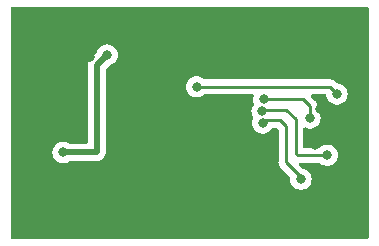
<source format=gbr>
%TF.GenerationSoftware,KiCad,Pcbnew,7.0.8*%
%TF.CreationDate,2024-06-02T10:45:53-04:00*%
%TF.ProjectId,rugby64 jr,72756762-7936-4342-906a-722e6b696361,rev?*%
%TF.SameCoordinates,Original*%
%TF.FileFunction,Copper,L2,Bot*%
%TF.FilePolarity,Positive*%
%FSLAX46Y46*%
G04 Gerber Fmt 4.6, Leading zero omitted, Abs format (unit mm)*
G04 Created by KiCad (PCBNEW 7.0.8) date 2024-06-02 10:45:53*
%MOMM*%
%LPD*%
G01*
G04 APERTURE LIST*
%TA.AperFunction,ViaPad*%
%ADD10C,0.800000*%
%TD*%
%TA.AperFunction,Conductor*%
%ADD11C,0.500000*%
%TD*%
%TA.AperFunction,Conductor*%
%ADD12C,0.250000*%
%TD*%
G04 APERTURE END LIST*
D10*
%TO.N,GND*%
X25857200Y-28244800D03*
X17119600Y-18288000D03*
X20726400Y-16052800D03*
X22250400Y-14833600D03*
X23672800Y-15951200D03*
X38811200Y-22606000D03*
X41706800Y-24333200D03*
X30124400Y-25654000D03*
X19354800Y-18237200D03*
X30124400Y-23164800D03*
X22133492Y-30009979D03*
X22961600Y-28194000D03*
X32918400Y-28194000D03*
X36372800Y-19608800D03*
X38404800Y-25654000D03*
X19151600Y-28244800D03*
X30059500Y-28194000D03*
X18288000Y-17475200D03*
X17068800Y-28295600D03*
%TO.N,+3V3*%
X17108800Y-26274400D03*
X20828000Y-18034000D03*
%TO.N,RED*%
X37236400Y-28549600D03*
X34010903Y-23779034D03*
%TO.N,GREEN*%
X33955281Y-22781080D03*
X39471600Y-26517600D03*
%TO.N,BLUE*%
X37998400Y-23368000D03*
X34107263Y-21793200D03*
%TO.N,{slash}CSYNC*%
X28397200Y-20726400D03*
X40284400Y-21336000D03*
%TD*%
D11*
%TO.N,+3V3*%
X19902800Y-26274400D02*
X19964400Y-26212800D01*
X19964400Y-18897600D02*
X20828000Y-18034000D01*
X19964400Y-26212800D02*
X19964400Y-18897600D01*
X17108800Y-26274400D02*
X19902800Y-26274400D01*
D12*
%TO.N,RED*%
X35966400Y-24079200D02*
X35966400Y-27127200D01*
X35966400Y-27127200D02*
X37236400Y-28397200D01*
X34218737Y-23571200D02*
X35458400Y-23571200D01*
X37236400Y-28397200D02*
X37236400Y-28549600D01*
X35458400Y-23571200D02*
X35966400Y-24079200D01*
X37388800Y-28549600D02*
X37338000Y-28498800D01*
X34010903Y-23779034D02*
X34218737Y-23571200D01*
X37236400Y-28549600D02*
X37388800Y-28549600D01*
%TO.N,GREEN*%
X36931600Y-26517600D02*
X36779200Y-26365200D01*
X34079561Y-22656800D02*
X33955281Y-22781080D01*
X36779200Y-26365200D02*
X36779200Y-23469600D01*
X36779200Y-23469600D02*
X35966400Y-22656800D01*
X35966400Y-22656800D02*
X34079561Y-22656800D01*
X39471600Y-26517600D02*
X36931600Y-26517600D01*
%TO.N,BLUE*%
X37998400Y-23368000D02*
X37998400Y-22352000D01*
X37998400Y-23368000D02*
X37998400Y-23418800D01*
X37998400Y-22352000D02*
X37439600Y-21793200D01*
X37998400Y-23418800D02*
X37896800Y-23520400D01*
X37439600Y-21793200D02*
X34107263Y-21793200D01*
%TO.N,{slash}CSYNC*%
X40284400Y-21336000D02*
X39674800Y-20726400D01*
X39674800Y-20726400D02*
X28397200Y-20726400D01*
%TD*%
%TA.AperFunction,Conductor*%
%TO.N,GND*%
G36*
X42919339Y-13990185D02*
G01*
X42965094Y-14042989D01*
X42976300Y-14094500D01*
X42976300Y-33454300D01*
X42956615Y-33521339D01*
X42903811Y-33567094D01*
X42852300Y-33578300D01*
X12773200Y-33578300D01*
X12706161Y-33558615D01*
X12660406Y-33505811D01*
X12649200Y-33454300D01*
X12649200Y-26274400D01*
X16203340Y-26274400D01*
X16223126Y-26462656D01*
X16223127Y-26462659D01*
X16281618Y-26642677D01*
X16281621Y-26642684D01*
X16376267Y-26806616D01*
X16467044Y-26907434D01*
X16502929Y-26947288D01*
X16656065Y-27058548D01*
X16656070Y-27058551D01*
X16828992Y-27135542D01*
X16828997Y-27135544D01*
X17014154Y-27174900D01*
X17014155Y-27174900D01*
X17203444Y-27174900D01*
X17203446Y-27174900D01*
X17388603Y-27135544D01*
X17561530Y-27058551D01*
X17573556Y-27049814D01*
X17575252Y-27048582D01*
X17641058Y-27025102D01*
X17648137Y-27024900D01*
X19839095Y-27024900D01*
X19857065Y-27026209D01*
X19880823Y-27029689D01*
X19932868Y-27025135D01*
X19938270Y-27024900D01*
X19946504Y-27024900D01*
X19946509Y-27024900D01*
X19958127Y-27023541D01*
X19979076Y-27021093D01*
X19991828Y-27019977D01*
X20055597Y-27014399D01*
X20055605Y-27014396D01*
X20062666Y-27012939D01*
X20062678Y-27012998D01*
X20070043Y-27011365D01*
X20070029Y-27011306D01*
X20077046Y-27009641D01*
X20077055Y-27009641D01*
X20149223Y-26983374D01*
X20222134Y-26959214D01*
X20222143Y-26959207D01*
X20228682Y-26956160D01*
X20228708Y-26956216D01*
X20235490Y-26952932D01*
X20235463Y-26952878D01*
X20241906Y-26949640D01*
X20241917Y-26949637D01*
X20306083Y-26907434D01*
X20371456Y-26867112D01*
X20371462Y-26867105D01*
X20377125Y-26862629D01*
X20377162Y-26862677D01*
X20382999Y-26857922D01*
X20382960Y-26857875D01*
X20388491Y-26853233D01*
X20388490Y-26853233D01*
X20388496Y-26853230D01*
X20441193Y-26797374D01*
X20450031Y-26788535D01*
X20463670Y-26776748D01*
X20469986Y-26772045D01*
X20482930Y-26762410D01*
X20516521Y-26722376D01*
X20520157Y-26718408D01*
X20525991Y-26712576D01*
X20546330Y-26686852D01*
X20595702Y-26628014D01*
X20595706Y-26628005D01*
X20599674Y-26621975D01*
X20599725Y-26622008D01*
X20603769Y-26615660D01*
X20603717Y-26615628D01*
X20607504Y-26609485D01*
X20607511Y-26609477D01*
X20639972Y-26539863D01*
X20674440Y-26471233D01*
X20674441Y-26471227D01*
X20676908Y-26464450D01*
X20676966Y-26464471D01*
X20679443Y-26457344D01*
X20679386Y-26457326D01*
X20681655Y-26450479D01*
X20681656Y-26450474D01*
X20681657Y-26450472D01*
X20697190Y-26375241D01*
X20714900Y-26300521D01*
X20714900Y-26300519D01*
X20715739Y-26293348D01*
X20715798Y-26293354D01*
X20716564Y-26285854D01*
X20716505Y-26285849D01*
X20717134Y-26278659D01*
X20714900Y-26201882D01*
X20714900Y-20726400D01*
X27491740Y-20726400D01*
X27511526Y-20914656D01*
X27511527Y-20914659D01*
X27570018Y-21094677D01*
X27570021Y-21094684D01*
X27664667Y-21258616D01*
X27766385Y-21371585D01*
X27791329Y-21399288D01*
X27944465Y-21510548D01*
X27944470Y-21510551D01*
X28117392Y-21587542D01*
X28117397Y-21587544D01*
X28302554Y-21626900D01*
X28302555Y-21626900D01*
X28491844Y-21626900D01*
X28491846Y-21626900D01*
X28677003Y-21587544D01*
X28849930Y-21510551D01*
X29003071Y-21399288D01*
X29005988Y-21396047D01*
X29008800Y-21392926D01*
X29068287Y-21356279D01*
X29100948Y-21351900D01*
X33133137Y-21351900D01*
X33200176Y-21371585D01*
X33245931Y-21424389D01*
X33255875Y-21493547D01*
X33251068Y-21514218D01*
X33227243Y-21587544D01*
X33221589Y-21604944D01*
X33201803Y-21793200D01*
X33221589Y-21981456D01*
X33221590Y-21981459D01*
X33263619Y-22110813D01*
X33265614Y-22180655D01*
X33237841Y-22232099D01*
X33222753Y-22248856D01*
X33222745Y-22248867D01*
X33128102Y-22412795D01*
X33128099Y-22412802D01*
X33069608Y-22592820D01*
X33069607Y-22592824D01*
X33049821Y-22781080D01*
X33069607Y-22969336D01*
X33069608Y-22969339D01*
X33128099Y-23149357D01*
X33128101Y-23149361D01*
X33128102Y-23149364D01*
X33145640Y-23179740D01*
X33195573Y-23266228D01*
X33212045Y-23334128D01*
X33195574Y-23390223D01*
X33183726Y-23410745D01*
X33183721Y-23410756D01*
X33136446Y-23556256D01*
X33125229Y-23590778D01*
X33105443Y-23779034D01*
X33125229Y-23967290D01*
X33125230Y-23967293D01*
X33183721Y-24147311D01*
X33183724Y-24147318D01*
X33278370Y-24311250D01*
X33325231Y-24363294D01*
X33405032Y-24451922D01*
X33558168Y-24563182D01*
X33558173Y-24563185D01*
X33731095Y-24640176D01*
X33731100Y-24640178D01*
X33916257Y-24679534D01*
X33916258Y-24679534D01*
X34105547Y-24679534D01*
X34105549Y-24679534D01*
X34290706Y-24640178D01*
X34463633Y-24563185D01*
X34616774Y-24451922D01*
X34743436Y-24311250D01*
X34773776Y-24258700D01*
X34824343Y-24210484D01*
X34881163Y-24196700D01*
X35147948Y-24196700D01*
X35214987Y-24216385D01*
X35235629Y-24233019D01*
X35304581Y-24301971D01*
X35338066Y-24363294D01*
X35340900Y-24389652D01*
X35340900Y-27044455D01*
X35339175Y-27060072D01*
X35339461Y-27060099D01*
X35338726Y-27067865D01*
X35340900Y-27137014D01*
X35340900Y-27166543D01*
X35340901Y-27166560D01*
X35341768Y-27173431D01*
X35342226Y-27179250D01*
X35343690Y-27225824D01*
X35343691Y-27225827D01*
X35349280Y-27245067D01*
X35353224Y-27264111D01*
X35355736Y-27283991D01*
X35372890Y-27327319D01*
X35374782Y-27332847D01*
X35387782Y-27377590D01*
X35388464Y-27378744D01*
X35397980Y-27394834D01*
X35406538Y-27412303D01*
X35413914Y-27430932D01*
X35441298Y-27468623D01*
X35444506Y-27473507D01*
X35468227Y-27513616D01*
X35468233Y-27513624D01*
X35482390Y-27527780D01*
X35495028Y-27542576D01*
X35506805Y-27558786D01*
X35506806Y-27558787D01*
X35542709Y-27588488D01*
X35547020Y-27592410D01*
X36135924Y-28181315D01*
X36305596Y-28350987D01*
X36339081Y-28412310D01*
X36341236Y-28451628D01*
X36330940Y-28549600D01*
X36350726Y-28737856D01*
X36350727Y-28737859D01*
X36409218Y-28917877D01*
X36409221Y-28917884D01*
X36503867Y-29081816D01*
X36630529Y-29222488D01*
X36783665Y-29333748D01*
X36783670Y-29333751D01*
X36956592Y-29410742D01*
X36956597Y-29410744D01*
X37141754Y-29450100D01*
X37141755Y-29450100D01*
X37331044Y-29450100D01*
X37331046Y-29450100D01*
X37516203Y-29410744D01*
X37689130Y-29333751D01*
X37842271Y-29222488D01*
X37968933Y-29081816D01*
X38063579Y-28917884D01*
X38122074Y-28737856D01*
X38141860Y-28549600D01*
X38122074Y-28361344D01*
X38063579Y-28181316D01*
X37968933Y-28017384D01*
X37842271Y-27876712D01*
X37842270Y-27876711D01*
X37689134Y-27765451D01*
X37689129Y-27765448D01*
X37516207Y-27688457D01*
X37516202Y-27688455D01*
X37420113Y-27668031D01*
X37358631Y-27634838D01*
X37358213Y-27634422D01*
X37078572Y-27354781D01*
X37045087Y-27293458D01*
X37050071Y-27223766D01*
X37091943Y-27167833D01*
X37157407Y-27143416D01*
X37166253Y-27143100D01*
X38767852Y-27143100D01*
X38834891Y-27162785D01*
X38860000Y-27184126D01*
X38865726Y-27190485D01*
X38865730Y-27190489D01*
X39018865Y-27301748D01*
X39018870Y-27301751D01*
X39191792Y-27378742D01*
X39191797Y-27378744D01*
X39376954Y-27418100D01*
X39376955Y-27418100D01*
X39566244Y-27418100D01*
X39566246Y-27418100D01*
X39751403Y-27378744D01*
X39924330Y-27301751D01*
X40077471Y-27190488D01*
X40204133Y-27049816D01*
X40298779Y-26885884D01*
X40357274Y-26705856D01*
X40377060Y-26517600D01*
X40357274Y-26329344D01*
X40298779Y-26149316D01*
X40204133Y-25985384D01*
X40077471Y-25844712D01*
X40077470Y-25844711D01*
X39924334Y-25733451D01*
X39924329Y-25733448D01*
X39751407Y-25656457D01*
X39751402Y-25656455D01*
X39605601Y-25625465D01*
X39566246Y-25617100D01*
X39376954Y-25617100D01*
X39344497Y-25623998D01*
X39191797Y-25656455D01*
X39191792Y-25656457D01*
X39018870Y-25733448D01*
X39018865Y-25733451D01*
X38865730Y-25844710D01*
X38865726Y-25844714D01*
X38860000Y-25851074D01*
X38800513Y-25887721D01*
X38767852Y-25892100D01*
X37528700Y-25892100D01*
X37461661Y-25872415D01*
X37415906Y-25819611D01*
X37404700Y-25768100D01*
X37404700Y-24280330D01*
X37424385Y-24213291D01*
X37477189Y-24167536D01*
X37546347Y-24157592D01*
X37579134Y-24167050D01*
X37718597Y-24229144D01*
X37903754Y-24268500D01*
X37903755Y-24268500D01*
X38093044Y-24268500D01*
X38093046Y-24268500D01*
X38278203Y-24229144D01*
X38451130Y-24152151D01*
X38604271Y-24040888D01*
X38730933Y-23900216D01*
X38825579Y-23736284D01*
X38884074Y-23556256D01*
X38903860Y-23368000D01*
X38884074Y-23179744D01*
X38825579Y-22999716D01*
X38730933Y-22835784D01*
X38655750Y-22752284D01*
X38625520Y-22689292D01*
X38623900Y-22669312D01*
X38623900Y-22434742D01*
X38625624Y-22419122D01*
X38625339Y-22419095D01*
X38626073Y-22411333D01*
X38623900Y-22342172D01*
X38623900Y-22312656D01*
X38623900Y-22312650D01*
X38623031Y-22305779D01*
X38622573Y-22299952D01*
X38621110Y-22253373D01*
X38615519Y-22234130D01*
X38611573Y-22215078D01*
X38609064Y-22195208D01*
X38591904Y-22151867D01*
X38590024Y-22146379D01*
X38577018Y-22101610D01*
X38566822Y-22084370D01*
X38558261Y-22066894D01*
X38550887Y-22048270D01*
X38550886Y-22048268D01*
X38523479Y-22010545D01*
X38520288Y-22005686D01*
X38496572Y-21965583D01*
X38496565Y-21965574D01*
X38482406Y-21951415D01*
X38469768Y-21936619D01*
X38457994Y-21920413D01*
X38422088Y-21890709D01*
X38417776Y-21886786D01*
X38094572Y-21563581D01*
X38061087Y-21502258D01*
X38066071Y-21432566D01*
X38107943Y-21376633D01*
X38173407Y-21352216D01*
X38182253Y-21351900D01*
X39268961Y-21351900D01*
X39336000Y-21371585D01*
X39381755Y-21424389D01*
X39392280Y-21462934D01*
X39398726Y-21524256D01*
X39398727Y-21524259D01*
X39457218Y-21704277D01*
X39457221Y-21704284D01*
X39551867Y-21868216D01*
X39598864Y-21920411D01*
X39678529Y-22008888D01*
X39831665Y-22120148D01*
X39831670Y-22120151D01*
X40004592Y-22197142D01*
X40004597Y-22197144D01*
X40189754Y-22236500D01*
X40189755Y-22236500D01*
X40379044Y-22236500D01*
X40379046Y-22236500D01*
X40564203Y-22197144D01*
X40737130Y-22120151D01*
X40890271Y-22008888D01*
X41016933Y-21868216D01*
X41111579Y-21704284D01*
X41170074Y-21524256D01*
X41189860Y-21336000D01*
X41170074Y-21147744D01*
X41111579Y-20967716D01*
X41016933Y-20803784D01*
X40890271Y-20663112D01*
X40890270Y-20663111D01*
X40737134Y-20551851D01*
X40737129Y-20551848D01*
X40564207Y-20474857D01*
X40564202Y-20474855D01*
X40418401Y-20443865D01*
X40379046Y-20435500D01*
X40379045Y-20435500D01*
X40319853Y-20435500D01*
X40252814Y-20415815D01*
X40232172Y-20399181D01*
X40175603Y-20342612D01*
X40165780Y-20330350D01*
X40165559Y-20330534D01*
X40160586Y-20324523D01*
X40110164Y-20277173D01*
X40099719Y-20266728D01*
X40089275Y-20256283D01*
X40083786Y-20252025D01*
X40079361Y-20248247D01*
X40045382Y-20216338D01*
X40045380Y-20216336D01*
X40045377Y-20216335D01*
X40027829Y-20206688D01*
X40011563Y-20196004D01*
X39995733Y-20183725D01*
X39952968Y-20165218D01*
X39947722Y-20162648D01*
X39906893Y-20140203D01*
X39906892Y-20140202D01*
X39887493Y-20135222D01*
X39869081Y-20128918D01*
X39850698Y-20120962D01*
X39850692Y-20120960D01*
X39804674Y-20113672D01*
X39798952Y-20112487D01*
X39753821Y-20100900D01*
X39753819Y-20100900D01*
X39733784Y-20100900D01*
X39714386Y-20099373D01*
X39706962Y-20098197D01*
X39694605Y-20096240D01*
X39694604Y-20096240D01*
X39648216Y-20100625D01*
X39642378Y-20100900D01*
X29100948Y-20100900D01*
X29033909Y-20081215D01*
X29008800Y-20059874D01*
X29003073Y-20053514D01*
X29003069Y-20053510D01*
X28849934Y-19942251D01*
X28849929Y-19942248D01*
X28677007Y-19865257D01*
X28677002Y-19865255D01*
X28531201Y-19834265D01*
X28491846Y-19825900D01*
X28302554Y-19825900D01*
X28270097Y-19832798D01*
X28117397Y-19865255D01*
X28117392Y-19865257D01*
X27944470Y-19942248D01*
X27944465Y-19942251D01*
X27791329Y-20053511D01*
X27664666Y-20194185D01*
X27570021Y-20358115D01*
X27570018Y-20358122D01*
X27532089Y-20474857D01*
X27511526Y-20538144D01*
X27491740Y-20726400D01*
X20714900Y-20726400D01*
X20714900Y-19259829D01*
X20734585Y-19192790D01*
X20751215Y-19172152D01*
X20980771Y-18942595D01*
X21042092Y-18909112D01*
X21042448Y-18909034D01*
X21107803Y-18895144D01*
X21280730Y-18818151D01*
X21433871Y-18706888D01*
X21560533Y-18566216D01*
X21655179Y-18402284D01*
X21713674Y-18222256D01*
X21733460Y-18034000D01*
X21713674Y-17845744D01*
X21655179Y-17665716D01*
X21560533Y-17501784D01*
X21433871Y-17361112D01*
X21433870Y-17361111D01*
X21280734Y-17249851D01*
X21280729Y-17249848D01*
X21107807Y-17172857D01*
X21107802Y-17172855D01*
X20962001Y-17141865D01*
X20922646Y-17133500D01*
X20733354Y-17133500D01*
X20700897Y-17140398D01*
X20548197Y-17172855D01*
X20548192Y-17172857D01*
X20375270Y-17249848D01*
X20375265Y-17249851D01*
X20222129Y-17361111D01*
X20095466Y-17501785D01*
X20000821Y-17665715D01*
X20000819Y-17665719D01*
X19945479Y-17836039D01*
X19915229Y-17885401D01*
X19478758Y-18321872D01*
X19465129Y-18333651D01*
X19445868Y-18347990D01*
X19412298Y-18387997D01*
X19408653Y-18391976D01*
X19402809Y-18397822D01*
X19382459Y-18423559D01*
X19333095Y-18482389D01*
X19329129Y-18488419D01*
X19329082Y-18488388D01*
X19325030Y-18494747D01*
X19325079Y-18494777D01*
X19321289Y-18500921D01*
X19288824Y-18570541D01*
X19254360Y-18639166D01*
X19251888Y-18645957D01*
X19251832Y-18645936D01*
X19249360Y-18653050D01*
X19249415Y-18653069D01*
X19247142Y-18659927D01*
X19239375Y-18697546D01*
X19231607Y-18735165D01*
X19218401Y-18790884D01*
X19213898Y-18809886D01*
X19213061Y-18817054D01*
X19213001Y-18817047D01*
X19212235Y-18824545D01*
X19212295Y-18824551D01*
X19211665Y-18831740D01*
X19213900Y-18908516D01*
X19213900Y-25399900D01*
X19194215Y-25466939D01*
X19141411Y-25512694D01*
X19089900Y-25523900D01*
X17648137Y-25523900D01*
X17581098Y-25504215D01*
X17575252Y-25500218D01*
X17561534Y-25490251D01*
X17561529Y-25490248D01*
X17388607Y-25413257D01*
X17388602Y-25413255D01*
X17242801Y-25382265D01*
X17203446Y-25373900D01*
X17014154Y-25373900D01*
X16981697Y-25380798D01*
X16828997Y-25413255D01*
X16828992Y-25413257D01*
X16656070Y-25490248D01*
X16656065Y-25490251D01*
X16502929Y-25601511D01*
X16376266Y-25742185D01*
X16281621Y-25906115D01*
X16281618Y-25906122D01*
X16223127Y-26086140D01*
X16223126Y-26086144D01*
X16203340Y-26274400D01*
X12649200Y-26274400D01*
X12649200Y-14094500D01*
X12668885Y-14027461D01*
X12721689Y-13981706D01*
X12773200Y-13970500D01*
X42852300Y-13970500D01*
X42919339Y-13990185D01*
G37*
%TD.AperFunction*%
%TD*%
M02*

</source>
